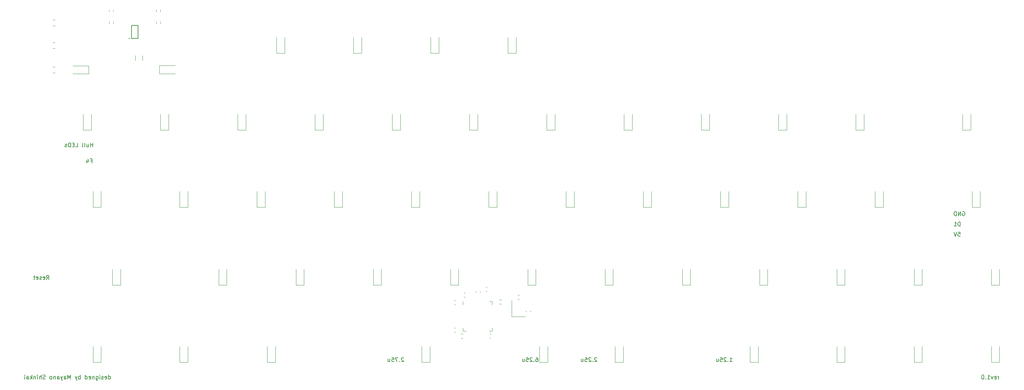
<source format=gbr>
%TF.GenerationSoftware,KiCad,Pcbnew,(6.0.0)*%
%TF.CreationDate,2022-02-04T02:04:47-08:00*%
%TF.ProjectId,Memoria,4d656d6f-7269-4612-9e6b-696361645f70,rev?*%
%TF.SameCoordinates,Original*%
%TF.FileFunction,Legend,Bot*%
%TF.FilePolarity,Positive*%
%FSLAX46Y46*%
G04 Gerber Fmt 4.6, Leading zero omitted, Abs format (unit mm)*
G04 Created by KiCad (PCBNEW (6.0.0)) date 2022-02-04 02:04:47*
%MOMM*%
%LPD*%
G01*
G04 APERTURE LIST*
%ADD10C,0.150000*%
%ADD11C,0.120000*%
G04 APERTURE END LIST*
D10*
X255315476Y-86182380D02*
X255791666Y-86182380D01*
X255839285Y-86658571D01*
X255791666Y-86610952D01*
X255696428Y-86563333D01*
X255458333Y-86563333D01*
X255363095Y-86610952D01*
X255315476Y-86658571D01*
X255267857Y-86753809D01*
X255267857Y-86991904D01*
X255315476Y-87087142D01*
X255363095Y-87134761D01*
X255458333Y-87182380D01*
X255696428Y-87182380D01*
X255791666Y-87134761D01*
X255839285Y-87087142D01*
X254982142Y-86182380D02*
X254648809Y-87182380D01*
X254315476Y-86182380D01*
X118609821Y-117247619D02*
X118562202Y-117200000D01*
X118466964Y-117152380D01*
X118228869Y-117152380D01*
X118133630Y-117200000D01*
X118086011Y-117247619D01*
X118038392Y-117342857D01*
X118038392Y-117438095D01*
X118086011Y-117580952D01*
X118657440Y-118152380D01*
X118038392Y-118152380D01*
X117609821Y-118057142D02*
X117562202Y-118104761D01*
X117609821Y-118152380D01*
X117657440Y-118104761D01*
X117609821Y-118057142D01*
X117609821Y-118152380D01*
X117228869Y-117152380D02*
X116562202Y-117152380D01*
X116990773Y-118152380D01*
X115705059Y-117152380D02*
X116181250Y-117152380D01*
X116228869Y-117628571D01*
X116181250Y-117580952D01*
X116086011Y-117533333D01*
X115847916Y-117533333D01*
X115752678Y-117580952D01*
X115705059Y-117628571D01*
X115657440Y-117723809D01*
X115657440Y-117961904D01*
X115705059Y-118057142D01*
X115752678Y-118104761D01*
X115847916Y-118152380D01*
X116086011Y-118152380D01*
X116181250Y-118104761D01*
X116228869Y-118057142D01*
X114800297Y-117485714D02*
X114800297Y-118152380D01*
X115228869Y-117485714D02*
X115228869Y-118009523D01*
X115181250Y-118104761D01*
X115086011Y-118152380D01*
X114943154Y-118152380D01*
X114847916Y-118104761D01*
X114800297Y-118057142D01*
X166234821Y-117247619D02*
X166187202Y-117200000D01*
X166091964Y-117152380D01*
X165853869Y-117152380D01*
X165758630Y-117200000D01*
X165711011Y-117247619D01*
X165663392Y-117342857D01*
X165663392Y-117438095D01*
X165711011Y-117580952D01*
X166282440Y-118152380D01*
X165663392Y-118152380D01*
X165234821Y-118057142D02*
X165187202Y-118104761D01*
X165234821Y-118152380D01*
X165282440Y-118104761D01*
X165234821Y-118057142D01*
X165234821Y-118152380D01*
X164806250Y-117247619D02*
X164758630Y-117200000D01*
X164663392Y-117152380D01*
X164425297Y-117152380D01*
X164330059Y-117200000D01*
X164282440Y-117247619D01*
X164234821Y-117342857D01*
X164234821Y-117438095D01*
X164282440Y-117580952D01*
X164853869Y-118152380D01*
X164234821Y-118152380D01*
X163330059Y-117152380D02*
X163806250Y-117152380D01*
X163853869Y-117628571D01*
X163806250Y-117580952D01*
X163711011Y-117533333D01*
X163472916Y-117533333D01*
X163377678Y-117580952D01*
X163330059Y-117628571D01*
X163282440Y-117723809D01*
X163282440Y-117961904D01*
X163330059Y-118057142D01*
X163377678Y-118104761D01*
X163472916Y-118152380D01*
X163711011Y-118152380D01*
X163806250Y-118104761D01*
X163853869Y-118057142D01*
X162425297Y-117485714D02*
X162425297Y-118152380D01*
X162853869Y-117485714D02*
X162853869Y-118009523D01*
X162806250Y-118104761D01*
X162711011Y-118152380D01*
X162568154Y-118152380D01*
X162472916Y-118104761D01*
X162425297Y-118057142D01*
X45845238Y-122452380D02*
X45845238Y-121452380D01*
X45845238Y-122404761D02*
X45940476Y-122452380D01*
X46130952Y-122452380D01*
X46226190Y-122404761D01*
X46273809Y-122357142D01*
X46321428Y-122261904D01*
X46321428Y-121976190D01*
X46273809Y-121880952D01*
X46226190Y-121833333D01*
X46130952Y-121785714D01*
X45940476Y-121785714D01*
X45845238Y-121833333D01*
X44988095Y-122404761D02*
X45083333Y-122452380D01*
X45273809Y-122452380D01*
X45369047Y-122404761D01*
X45416666Y-122309523D01*
X45416666Y-121928571D01*
X45369047Y-121833333D01*
X45273809Y-121785714D01*
X45083333Y-121785714D01*
X44988095Y-121833333D01*
X44940476Y-121928571D01*
X44940476Y-122023809D01*
X45416666Y-122119047D01*
X44559523Y-122404761D02*
X44464285Y-122452380D01*
X44273809Y-122452380D01*
X44178571Y-122404761D01*
X44130952Y-122309523D01*
X44130952Y-122261904D01*
X44178571Y-122166666D01*
X44273809Y-122119047D01*
X44416666Y-122119047D01*
X44511904Y-122071428D01*
X44559523Y-121976190D01*
X44559523Y-121928571D01*
X44511904Y-121833333D01*
X44416666Y-121785714D01*
X44273809Y-121785714D01*
X44178571Y-121833333D01*
X43702380Y-122452380D02*
X43702380Y-121785714D01*
X43702380Y-121452380D02*
X43750000Y-121500000D01*
X43702380Y-121547619D01*
X43654761Y-121500000D01*
X43702380Y-121452380D01*
X43702380Y-121547619D01*
X42797619Y-121785714D02*
X42797619Y-122595238D01*
X42845238Y-122690476D01*
X42892857Y-122738095D01*
X42988095Y-122785714D01*
X43130952Y-122785714D01*
X43226190Y-122738095D01*
X42797619Y-122404761D02*
X42892857Y-122452380D01*
X43083333Y-122452380D01*
X43178571Y-122404761D01*
X43226190Y-122357142D01*
X43273809Y-122261904D01*
X43273809Y-121976190D01*
X43226190Y-121880952D01*
X43178571Y-121833333D01*
X43083333Y-121785714D01*
X42892857Y-121785714D01*
X42797619Y-121833333D01*
X42321428Y-121785714D02*
X42321428Y-122452380D01*
X42321428Y-121880952D02*
X42273809Y-121833333D01*
X42178571Y-121785714D01*
X42035714Y-121785714D01*
X41940476Y-121833333D01*
X41892857Y-121928571D01*
X41892857Y-122452380D01*
X41035714Y-122404761D02*
X41130952Y-122452380D01*
X41321428Y-122452380D01*
X41416666Y-122404761D01*
X41464285Y-122309523D01*
X41464285Y-121928571D01*
X41416666Y-121833333D01*
X41321428Y-121785714D01*
X41130952Y-121785714D01*
X41035714Y-121833333D01*
X40988095Y-121928571D01*
X40988095Y-122023809D01*
X41464285Y-122119047D01*
X40130952Y-122452380D02*
X40130952Y-121452380D01*
X40130952Y-122404761D02*
X40226190Y-122452380D01*
X40416666Y-122452380D01*
X40511904Y-122404761D01*
X40559523Y-122357142D01*
X40607142Y-122261904D01*
X40607142Y-121976190D01*
X40559523Y-121880952D01*
X40511904Y-121833333D01*
X40416666Y-121785714D01*
X40226190Y-121785714D01*
X40130952Y-121833333D01*
X38892857Y-122452380D02*
X38892857Y-121452380D01*
X38892857Y-121833333D02*
X38797619Y-121785714D01*
X38607142Y-121785714D01*
X38511904Y-121833333D01*
X38464285Y-121880952D01*
X38416666Y-121976190D01*
X38416666Y-122261904D01*
X38464285Y-122357142D01*
X38511904Y-122404761D01*
X38607142Y-122452380D01*
X38797619Y-122452380D01*
X38892857Y-122404761D01*
X38083333Y-121785714D02*
X37845238Y-122452380D01*
X37607142Y-121785714D02*
X37845238Y-122452380D01*
X37940476Y-122690476D01*
X37988095Y-122738095D01*
X38083333Y-122785714D01*
X36464285Y-122452380D02*
X36464285Y-121452380D01*
X36130952Y-122166666D01*
X35797619Y-121452380D01*
X35797619Y-122452380D01*
X34892857Y-122452380D02*
X34892857Y-121928571D01*
X34940476Y-121833333D01*
X35035714Y-121785714D01*
X35226190Y-121785714D01*
X35321428Y-121833333D01*
X34892857Y-122404761D02*
X34988095Y-122452380D01*
X35226190Y-122452380D01*
X35321428Y-122404761D01*
X35369047Y-122309523D01*
X35369047Y-122214285D01*
X35321428Y-122119047D01*
X35226190Y-122071428D01*
X34988095Y-122071428D01*
X34892857Y-122023809D01*
X34511904Y-121785714D02*
X34273809Y-122452380D01*
X34035714Y-121785714D02*
X34273809Y-122452380D01*
X34369047Y-122690476D01*
X34416666Y-122738095D01*
X34511904Y-122785714D01*
X33226190Y-122452380D02*
X33226190Y-121928571D01*
X33273809Y-121833333D01*
X33369047Y-121785714D01*
X33559523Y-121785714D01*
X33654761Y-121833333D01*
X33226190Y-122404761D02*
X33321428Y-122452380D01*
X33559523Y-122452380D01*
X33654761Y-122404761D01*
X33702380Y-122309523D01*
X33702380Y-122214285D01*
X33654761Y-122119047D01*
X33559523Y-122071428D01*
X33321428Y-122071428D01*
X33226190Y-122023809D01*
X32750000Y-121785714D02*
X32750000Y-122452380D01*
X32750000Y-121880952D02*
X32702380Y-121833333D01*
X32607142Y-121785714D01*
X32464285Y-121785714D01*
X32369047Y-121833333D01*
X32321428Y-121928571D01*
X32321428Y-122452380D01*
X31702380Y-122452380D02*
X31797619Y-122404761D01*
X31845238Y-122357142D01*
X31892857Y-122261904D01*
X31892857Y-121976190D01*
X31845238Y-121880952D01*
X31797619Y-121833333D01*
X31702380Y-121785714D01*
X31559523Y-121785714D01*
X31464285Y-121833333D01*
X31416666Y-121880952D01*
X31369047Y-121976190D01*
X31369047Y-122261904D01*
X31416666Y-122357142D01*
X31464285Y-122404761D01*
X31559523Y-122452380D01*
X31702380Y-122452380D01*
X30226190Y-122404761D02*
X30083333Y-122452380D01*
X29845238Y-122452380D01*
X29750000Y-122404761D01*
X29702380Y-122357142D01*
X29654761Y-122261904D01*
X29654761Y-122166666D01*
X29702380Y-122071428D01*
X29750000Y-122023809D01*
X29845238Y-121976190D01*
X30035714Y-121928571D01*
X30130952Y-121880952D01*
X30178571Y-121833333D01*
X30226190Y-121738095D01*
X30226190Y-121642857D01*
X30178571Y-121547619D01*
X30130952Y-121500000D01*
X30035714Y-121452380D01*
X29797619Y-121452380D01*
X29654761Y-121500000D01*
X29226190Y-122452380D02*
X29226190Y-121452380D01*
X28797619Y-122452380D02*
X28797619Y-121928571D01*
X28845238Y-121833333D01*
X28940476Y-121785714D01*
X29083333Y-121785714D01*
X29178571Y-121833333D01*
X29226190Y-121880952D01*
X28321428Y-122452380D02*
X28321428Y-121785714D01*
X28321428Y-121452380D02*
X28369047Y-121500000D01*
X28321428Y-121547619D01*
X28273809Y-121500000D01*
X28321428Y-121452380D01*
X28321428Y-121547619D01*
X27845238Y-121785714D02*
X27845238Y-122452380D01*
X27845238Y-121880952D02*
X27797619Y-121833333D01*
X27702380Y-121785714D01*
X27559523Y-121785714D01*
X27464285Y-121833333D01*
X27416666Y-121928571D01*
X27416666Y-122452380D01*
X26940476Y-122452380D02*
X26940476Y-121452380D01*
X26845238Y-122071428D02*
X26559523Y-122452380D01*
X26559523Y-121785714D02*
X26940476Y-122166666D01*
X25702380Y-122452380D02*
X25702380Y-121928571D01*
X25750000Y-121833333D01*
X25845238Y-121785714D01*
X26035714Y-121785714D01*
X26130952Y-121833333D01*
X25702380Y-122404761D02*
X25797619Y-122452380D01*
X26035714Y-122452380D01*
X26130952Y-122404761D01*
X26178571Y-122309523D01*
X26178571Y-122214285D01*
X26130952Y-122119047D01*
X26035714Y-122071428D01*
X25797619Y-122071428D01*
X25702380Y-122023809D01*
X25226190Y-122452380D02*
X25226190Y-121785714D01*
X25226190Y-121452380D02*
X25273809Y-121500000D01*
X25226190Y-121547619D01*
X25178571Y-121500000D01*
X25226190Y-121452380D01*
X25226190Y-121547619D01*
X265321428Y-122452380D02*
X265321428Y-121785714D01*
X265321428Y-121976190D02*
X265273809Y-121880952D01*
X265226190Y-121833333D01*
X265130952Y-121785714D01*
X265035714Y-121785714D01*
X264321428Y-122404761D02*
X264416666Y-122452380D01*
X264607142Y-122452380D01*
X264702380Y-122404761D01*
X264750000Y-122309523D01*
X264750000Y-121928571D01*
X264702380Y-121833333D01*
X264607142Y-121785714D01*
X264416666Y-121785714D01*
X264321428Y-121833333D01*
X264273809Y-121928571D01*
X264273809Y-122023809D01*
X264750000Y-122119047D01*
X263940476Y-121785714D02*
X263702380Y-122452380D01*
X263464285Y-121785714D01*
X262559523Y-122452380D02*
X263130952Y-122452380D01*
X262845238Y-122452380D02*
X262845238Y-121452380D01*
X262940476Y-121595238D01*
X263035714Y-121690476D01*
X263130952Y-121738095D01*
X262130952Y-122357142D02*
X262083333Y-122404761D01*
X262130952Y-122452380D01*
X262178571Y-122404761D01*
X262130952Y-122357142D01*
X262130952Y-122452380D01*
X261464285Y-121452380D02*
X261369047Y-121452380D01*
X261273809Y-121500000D01*
X261226190Y-121547619D01*
X261178571Y-121642857D01*
X261130952Y-121833333D01*
X261130952Y-122071428D01*
X261178571Y-122261904D01*
X261226190Y-122357142D01*
X261273809Y-122404761D01*
X261369047Y-122452380D01*
X261464285Y-122452380D01*
X261559523Y-122404761D01*
X261607142Y-122357142D01*
X261654761Y-122261904D01*
X261702380Y-122071428D01*
X261702380Y-121833333D01*
X261654761Y-121642857D01*
X261607142Y-121547619D01*
X261559523Y-121500000D01*
X261464285Y-121452380D01*
X199000892Y-118152380D02*
X199572321Y-118152380D01*
X199286607Y-118152380D02*
X199286607Y-117152380D01*
X199381845Y-117295238D01*
X199477083Y-117390476D01*
X199572321Y-117438095D01*
X198572321Y-118057142D02*
X198524702Y-118104761D01*
X198572321Y-118152380D01*
X198619940Y-118104761D01*
X198572321Y-118057142D01*
X198572321Y-118152380D01*
X198143750Y-117247619D02*
X198096130Y-117200000D01*
X198000892Y-117152380D01*
X197762797Y-117152380D01*
X197667559Y-117200000D01*
X197619940Y-117247619D01*
X197572321Y-117342857D01*
X197572321Y-117438095D01*
X197619940Y-117580952D01*
X198191369Y-118152380D01*
X197572321Y-118152380D01*
X196667559Y-117152380D02*
X197143750Y-117152380D01*
X197191369Y-117628571D01*
X197143750Y-117580952D01*
X197048511Y-117533333D01*
X196810416Y-117533333D01*
X196715178Y-117580952D01*
X196667559Y-117628571D01*
X196619940Y-117723809D01*
X196619940Y-117961904D01*
X196667559Y-118057142D01*
X196715178Y-118104761D01*
X196810416Y-118152380D01*
X197048511Y-118152380D01*
X197143750Y-118104761D01*
X197191369Y-118057142D01*
X195762797Y-117485714D02*
X195762797Y-118152380D01*
X196191369Y-117485714D02*
X196191369Y-118009523D01*
X196143750Y-118104761D01*
X196048511Y-118152380D01*
X195905654Y-118152380D01*
X195810416Y-118104761D01*
X195762797Y-118057142D01*
X41979761Y-65152380D02*
X41979761Y-64152380D01*
X41979761Y-64628571D02*
X41408333Y-64628571D01*
X41408333Y-65152380D02*
X41408333Y-64152380D01*
X40503571Y-64485714D02*
X40503571Y-65152380D01*
X40932142Y-64485714D02*
X40932142Y-65009523D01*
X40884523Y-65104761D01*
X40789285Y-65152380D01*
X40646428Y-65152380D01*
X40551190Y-65104761D01*
X40503571Y-65057142D01*
X39884523Y-65152380D02*
X39979761Y-65104761D01*
X40027380Y-65009523D01*
X40027380Y-64152380D01*
X39360714Y-65152380D02*
X39455952Y-65104761D01*
X39503571Y-65009523D01*
X39503571Y-64152380D01*
X37741666Y-65152380D02*
X38217857Y-65152380D01*
X38217857Y-64152380D01*
X37408333Y-64628571D02*
X37075000Y-64628571D01*
X36932142Y-65152380D02*
X37408333Y-65152380D01*
X37408333Y-64152380D01*
X36932142Y-64152380D01*
X36503571Y-65152380D02*
X36503571Y-64152380D01*
X36265476Y-64152380D01*
X36122619Y-64200000D01*
X36027380Y-64295238D01*
X35979761Y-64390476D01*
X35932142Y-64580952D01*
X35932142Y-64723809D01*
X35979761Y-64914285D01*
X36027380Y-65009523D01*
X36122619Y-65104761D01*
X36265476Y-65152380D01*
X36503571Y-65152380D01*
X35551190Y-65104761D02*
X35455952Y-65152380D01*
X35265476Y-65152380D01*
X35170238Y-65104761D01*
X35122619Y-65009523D01*
X35122619Y-64961904D01*
X35170238Y-64866666D01*
X35265476Y-64819047D01*
X35408333Y-64819047D01*
X35503571Y-64771428D01*
X35551190Y-64676190D01*
X35551190Y-64628571D01*
X35503571Y-64533333D01*
X35408333Y-64485714D01*
X35265476Y-64485714D01*
X35170238Y-64533333D01*
X30543095Y-97852380D02*
X30876428Y-97376190D01*
X31114523Y-97852380D02*
X31114523Y-96852380D01*
X30733571Y-96852380D01*
X30638333Y-96900000D01*
X30590714Y-96947619D01*
X30543095Y-97042857D01*
X30543095Y-97185714D01*
X30590714Y-97280952D01*
X30638333Y-97328571D01*
X30733571Y-97376190D01*
X31114523Y-97376190D01*
X29733571Y-97804761D02*
X29828809Y-97852380D01*
X30019285Y-97852380D01*
X30114523Y-97804761D01*
X30162142Y-97709523D01*
X30162142Y-97328571D01*
X30114523Y-97233333D01*
X30019285Y-97185714D01*
X29828809Y-97185714D01*
X29733571Y-97233333D01*
X29685952Y-97328571D01*
X29685952Y-97423809D01*
X30162142Y-97519047D01*
X29305000Y-97804761D02*
X29209761Y-97852380D01*
X29019285Y-97852380D01*
X28924047Y-97804761D01*
X28876428Y-97709523D01*
X28876428Y-97661904D01*
X28924047Y-97566666D01*
X29019285Y-97519047D01*
X29162142Y-97519047D01*
X29257380Y-97471428D01*
X29305000Y-97376190D01*
X29305000Y-97328571D01*
X29257380Y-97233333D01*
X29162142Y-97185714D01*
X29019285Y-97185714D01*
X28924047Y-97233333D01*
X28066904Y-97804761D02*
X28162142Y-97852380D01*
X28352619Y-97852380D01*
X28447857Y-97804761D01*
X28495476Y-97709523D01*
X28495476Y-97328571D01*
X28447857Y-97233333D01*
X28352619Y-97185714D01*
X28162142Y-97185714D01*
X28066904Y-97233333D01*
X28019285Y-97328571D01*
X28019285Y-97423809D01*
X28495476Y-97519047D01*
X27733571Y-97185714D02*
X27352619Y-97185714D01*
X27590714Y-96852380D02*
X27590714Y-97709523D01*
X27543095Y-97804761D01*
X27447857Y-97852380D01*
X27352619Y-97852380D01*
X256411904Y-81150000D02*
X256507142Y-81102380D01*
X256650000Y-81102380D01*
X256792857Y-81150000D01*
X256888095Y-81245238D01*
X256935714Y-81340476D01*
X256983333Y-81530952D01*
X256983333Y-81673809D01*
X256935714Y-81864285D01*
X256888095Y-81959523D01*
X256792857Y-82054761D01*
X256650000Y-82102380D01*
X256554761Y-82102380D01*
X256411904Y-82054761D01*
X256364285Y-82007142D01*
X256364285Y-81673809D01*
X256554761Y-81673809D01*
X255935714Y-82102380D02*
X255935714Y-81102380D01*
X255364285Y-82102380D01*
X255364285Y-81102380D01*
X254888095Y-82102380D02*
X254888095Y-81102380D01*
X254650000Y-81102380D01*
X254507142Y-81150000D01*
X254411904Y-81245238D01*
X254364285Y-81340476D01*
X254316666Y-81530952D01*
X254316666Y-81673809D01*
X254364285Y-81864285D01*
X254411904Y-81959523D01*
X254507142Y-82054761D01*
X254650000Y-82102380D01*
X254888095Y-82102380D01*
X255838095Y-84642380D02*
X255838095Y-83642380D01*
X255600000Y-83642380D01*
X255457142Y-83690000D01*
X255361904Y-83785238D01*
X255314285Y-83880476D01*
X255266666Y-84070952D01*
X255266666Y-84213809D01*
X255314285Y-84404285D01*
X255361904Y-84499523D01*
X255457142Y-84594761D01*
X255600000Y-84642380D01*
X255838095Y-84642380D01*
X254314285Y-84642380D02*
X254885714Y-84642380D01*
X254600000Y-84642380D02*
X254600000Y-83642380D01*
X254695238Y-83785238D01*
X254790476Y-83880476D01*
X254885714Y-83928095D01*
X151270982Y-117152380D02*
X151461459Y-117152380D01*
X151556697Y-117200000D01*
X151604316Y-117247619D01*
X151699554Y-117390476D01*
X151747173Y-117580952D01*
X151747173Y-117961904D01*
X151699554Y-118057142D01*
X151651935Y-118104761D01*
X151556697Y-118152380D01*
X151366221Y-118152380D01*
X151270982Y-118104761D01*
X151223363Y-118057142D01*
X151175744Y-117961904D01*
X151175744Y-117723809D01*
X151223363Y-117628571D01*
X151270982Y-117580952D01*
X151366221Y-117533333D01*
X151556697Y-117533333D01*
X151651935Y-117580952D01*
X151699554Y-117628571D01*
X151747173Y-117723809D01*
X150747173Y-118057142D02*
X150699554Y-118104761D01*
X150747173Y-118152380D01*
X150794792Y-118104761D01*
X150747173Y-118057142D01*
X150747173Y-118152380D01*
X150318602Y-117247619D02*
X150270982Y-117200000D01*
X150175744Y-117152380D01*
X149937649Y-117152380D01*
X149842411Y-117200000D01*
X149794792Y-117247619D01*
X149747173Y-117342857D01*
X149747173Y-117438095D01*
X149794792Y-117580952D01*
X150366221Y-118152380D01*
X149747173Y-118152380D01*
X148842411Y-117152380D02*
X149318602Y-117152380D01*
X149366221Y-117628571D01*
X149318602Y-117580952D01*
X149223363Y-117533333D01*
X148985268Y-117533333D01*
X148890030Y-117580952D01*
X148842411Y-117628571D01*
X148794792Y-117723809D01*
X148794792Y-117961904D01*
X148842411Y-118057142D01*
X148890030Y-118104761D01*
X148985268Y-118152380D01*
X149223363Y-118152380D01*
X149318602Y-118104761D01*
X149366221Y-118057142D01*
X147937649Y-117485714D02*
X147937649Y-118152380D01*
X148366221Y-117485714D02*
X148366221Y-118009523D01*
X148318602Y-118104761D01*
X148223363Y-118152380D01*
X148080506Y-118152380D01*
X147985268Y-118104761D01*
X147937649Y-118057142D01*
X41445833Y-68578571D02*
X41779166Y-68578571D01*
X41779166Y-69102380D02*
X41779166Y-68102380D01*
X41302976Y-68102380D01*
X40493452Y-68435714D02*
X40493452Y-69102380D01*
X40731547Y-68054761D02*
X40969642Y-68769047D01*
X40350595Y-68769047D01*
D11*
%TO.C,D2-6*%
X160650000Y-80050000D02*
X160650000Y-76150000D01*
X160650000Y-80050000D02*
X158650000Y-80050000D01*
X158650000Y-80050000D02*
X158650000Y-76150000D01*
%TO.C,D0-0*%
X40920000Y-45101000D02*
X37020000Y-45101000D01*
X40920000Y-45101000D02*
X40920000Y-47101000D01*
X40920000Y-47101000D02*
X37020000Y-47101000D01*
%TO.C,D4-5*%
X152125000Y-118300000D02*
X152125000Y-114400000D01*
X154125000Y-118300000D02*
X154125000Y-114400000D01*
X154125000Y-118300000D02*
X152125000Y-118300000D01*
%TO.C,D3-0*%
X46800000Y-99250000D02*
X46800000Y-95350000D01*
X48800000Y-99250000D02*
X48800000Y-95350000D01*
X48800000Y-99250000D02*
X46800000Y-99250000D01*
%TO.C,D2-4*%
X120550000Y-80050000D02*
X120550000Y-76150000D01*
X122550000Y-80050000D02*
X122550000Y-76150000D01*
X122550000Y-80050000D02*
X120550000Y-80050000D01*
%TO.C,D3-9*%
X227400000Y-99250000D02*
X227400000Y-95350000D01*
X225400000Y-99250000D02*
X225400000Y-95350000D01*
X227400000Y-99250000D02*
X225400000Y-99250000D01*
%TO.C,C8*%
X149860000Y-105559420D02*
X149860000Y-105840580D01*
X148840000Y-105559420D02*
X148840000Y-105840580D01*
%TO.C,D3-7*%
X189300000Y-99250000D02*
X189300000Y-95350000D01*
X187300000Y-99250000D02*
X187300000Y-95350000D01*
X189300000Y-99250000D02*
X187300000Y-99250000D01*
%TO.C,R5*%
X58672500Y-31262742D02*
X58672500Y-31737258D01*
X57627500Y-31262742D02*
X57627500Y-31737258D01*
%TO.C,D3-10*%
X246450000Y-99250000D02*
X244450000Y-99250000D01*
X244450000Y-99250000D02*
X244450000Y-95350000D01*
X246450000Y-99250000D02*
X246450000Y-95350000D01*
%TO.C,D2-2*%
X84450000Y-80050000D02*
X84450000Y-76150000D01*
X82450000Y-80050000D02*
X82450000Y-76150000D01*
X84450000Y-80050000D02*
X82450000Y-80050000D01*
%TO.C,D1-5*%
X136850000Y-61000000D02*
X134850000Y-61000000D01*
X134850000Y-61000000D02*
X134850000Y-57100000D01*
X136850000Y-61000000D02*
X136850000Y-57100000D01*
%TO.C,D4-4*%
X125100000Y-118300000D02*
X123100000Y-118300000D01*
X125100000Y-118300000D02*
X125100000Y-114400000D01*
X123100000Y-118300000D02*
X123100000Y-114400000D01*
%TO.C,D4-6*%
X172750000Y-118300000D02*
X170750000Y-118300000D01*
X170750000Y-118300000D02*
X170750000Y-114400000D01*
X172750000Y-118300000D02*
X172750000Y-114400000D01*
%TO.C,Y1*%
X145275000Y-107074450D02*
X145275000Y-103074450D01*
X148575000Y-107074450D02*
X145275000Y-107074450D01*
%TO.C,D4-10*%
X246450000Y-118300000D02*
X244450000Y-118300000D01*
X244450000Y-118300000D02*
X244450000Y-114400000D01*
X246450000Y-118300000D02*
X246450000Y-114400000D01*
%TO.C,C7*%
X47010000Y-31359420D02*
X47010000Y-31640580D01*
X45990000Y-31359420D02*
X45990000Y-31640580D01*
%TO.C,D2-10*%
X236850000Y-80050000D02*
X234850000Y-80050000D01*
X234850000Y-80050000D02*
X234850000Y-76150000D01*
X236850000Y-80050000D02*
X236850000Y-76150000D01*
%TO.C,C1*%
X136402500Y-100859420D02*
X136402500Y-101140580D01*
X137422500Y-100859420D02*
X137422500Y-101140580D01*
%TO.C,D4-9*%
X227400000Y-118300000D02*
X225400000Y-118300000D01*
X225400000Y-118300000D02*
X225400000Y-114400000D01*
X227400000Y-118300000D02*
X227400000Y-114400000D01*
%TO.C,D4-8*%
X206000000Y-118300000D02*
X204000000Y-118300000D01*
X204000000Y-118300000D02*
X204000000Y-114400000D01*
X206000000Y-118300000D02*
X206000000Y-114400000D01*
%TO.C,D3-11*%
X265500000Y-99250000D02*
X265500000Y-95350000D01*
X263500000Y-99250000D02*
X263500000Y-95350000D01*
X265500000Y-99250000D02*
X263500000Y-99250000D01*
%TO.C,D1-1*%
X60650000Y-61000000D02*
X60650000Y-57100000D01*
X60650000Y-61000000D02*
X58650000Y-61000000D01*
X58650000Y-61000000D02*
X58650000Y-57100000D01*
%TO.C,D2-3*%
X103500000Y-80050000D02*
X103500000Y-76150000D01*
X103500000Y-80050000D02*
X101500000Y-80050000D01*
X101500000Y-80050000D02*
X101500000Y-76150000D01*
%TO.C,D2-9*%
X217800000Y-80050000D02*
X217800000Y-76150000D01*
X215800000Y-80050000D02*
X215800000Y-76150000D01*
X217800000Y-80050000D02*
X215800000Y-80050000D01*
%TO.C,D1-8*%
X192000000Y-61000000D02*
X192000000Y-57100000D01*
X194000000Y-61000000D02*
X194000000Y-57100000D01*
X194000000Y-61000000D02*
X192000000Y-61000000D01*
%TO.C,D3-5*%
X149200000Y-99250000D02*
X149200000Y-95350000D01*
X151200000Y-99250000D02*
X151200000Y-95350000D01*
X151200000Y-99250000D02*
X149200000Y-99250000D01*
%TO.C,D1-6*%
X155900000Y-61000000D02*
X155900000Y-57100000D01*
X153900000Y-61000000D02*
X153900000Y-57100000D01*
X155900000Y-61000000D02*
X153900000Y-61000000D01*
%TO.C,C4*%
X139809420Y-111290000D02*
X140090580Y-111290000D01*
X139809420Y-112310000D02*
X140090580Y-112310000D01*
%TO.C,D4-0*%
X44000000Y-118300000D02*
X44000000Y-114400000D01*
X42000000Y-118300000D02*
X42000000Y-114400000D01*
X44000000Y-118300000D02*
X42000000Y-118300000D01*
%TO.C,D1-10*%
X232100000Y-61000000D02*
X232100000Y-57100000D01*
X230100000Y-61000000D02*
X230100000Y-57100000D01*
X232100000Y-61000000D02*
X230100000Y-61000000D01*
%TO.C,R2*%
X47022500Y-34737258D02*
X47022500Y-34262742D01*
X45977500Y-34737258D02*
X45977500Y-34262742D01*
%TO.C,D1-3*%
X96750000Y-61000000D02*
X96750000Y-57100000D01*
X98750000Y-61000000D02*
X96750000Y-61000000D01*
X98750000Y-61000000D02*
X98750000Y-57100000D01*
%TO.C,D1-7*%
X174950000Y-61000000D02*
X174950000Y-57100000D01*
X172950000Y-61000000D02*
X172950000Y-57100000D01*
X174950000Y-61000000D02*
X172950000Y-61000000D01*
%TO.C,D2-7*%
X179700000Y-80050000D02*
X179700000Y-76150000D01*
X179700000Y-80050000D02*
X177700000Y-80050000D01*
X177700000Y-80050000D02*
X177700000Y-76150000D01*
%TO.C,D2-0*%
X42000000Y-80050000D02*
X42000000Y-76150000D01*
X44000000Y-80050000D02*
X42000000Y-80050000D01*
X44000000Y-80050000D02*
X44000000Y-76150000D01*
%TO.C,D3-3*%
X111100000Y-99250000D02*
X111100000Y-95350000D01*
X113100000Y-99250000D02*
X111100000Y-99250000D01*
X113100000Y-99250000D02*
X113100000Y-95350000D01*
%TO.C,D3-1*%
X75000000Y-99250000D02*
X75000000Y-95350000D01*
X75000000Y-99250000D02*
X73000000Y-99250000D01*
X73000000Y-99250000D02*
X73000000Y-95350000D01*
%TO.C,R11*%
X32157936Y-33809000D02*
X32612064Y-33809000D01*
X32157936Y-35279000D02*
X32612064Y-35279000D01*
%TO.C,D4-11*%
X263500000Y-118300000D02*
X263500000Y-114400000D01*
X265500000Y-118300000D02*
X265500000Y-114400000D01*
X265500000Y-118300000D02*
X263500000Y-118300000D01*
%TO.C,D0-3*%
X108250000Y-42000000D02*
X108250000Y-38100000D01*
X106250000Y-42000000D02*
X106250000Y-38100000D01*
X108250000Y-42000000D02*
X106250000Y-42000000D01*
%TO.C,D2-1*%
X63400000Y-80050000D02*
X63400000Y-76150000D01*
X65400000Y-80050000D02*
X63400000Y-80050000D01*
X65400000Y-80050000D02*
X65400000Y-76150000D01*
%TO.C,D0-1*%
X58340000Y-47100000D02*
X62240000Y-47100000D01*
X58340000Y-45100000D02*
X62240000Y-45100000D01*
X58340000Y-47100000D02*
X58340000Y-45100000D01*
%TO.C,D0-5*%
X146350000Y-42000000D02*
X146350000Y-38100000D01*
X144350000Y-42000000D02*
X144350000Y-38100000D01*
X146350000Y-42000000D02*
X144350000Y-42000000D01*
%TO.C,R13*%
X32157936Y-46836000D02*
X32612064Y-46836000D01*
X32157936Y-45366000D02*
X32612064Y-45366000D01*
%TO.C,D3-2*%
X94050000Y-99250000D02*
X94050000Y-95350000D01*
X92050000Y-99250000D02*
X92050000Y-95350000D01*
X94050000Y-99250000D02*
X92050000Y-99250000D01*
%TO.C,D1-9*%
X213050000Y-61000000D02*
X211050000Y-61000000D01*
X211050000Y-61000000D02*
X211050000Y-57100000D01*
X213050000Y-61000000D02*
X213050000Y-57100000D01*
%TO.C,C5*%
X131390580Y-103040000D02*
X131109420Y-103040000D01*
X131390580Y-104060000D02*
X131109420Y-104060000D01*
%TO.C,D1-11*%
X258412500Y-61000000D02*
X256412500Y-61000000D01*
X256412500Y-61000000D02*
X256412500Y-57100000D01*
X258412500Y-61000000D02*
X258412500Y-57100000D01*
%TO.C,D1-0*%
X41600000Y-61000000D02*
X39600000Y-61000000D01*
X41600000Y-61000000D02*
X41600000Y-57100000D01*
X39600000Y-61000000D02*
X39600000Y-57100000D01*
%TO.C,C6*%
X133740580Y-101190000D02*
X133459420Y-101190000D01*
X133740580Y-102210000D02*
X133459420Y-102210000D01*
%TO.C,U2*%
X140460000Y-104065000D02*
X140460000Y-103340000D01*
X140460000Y-109835000D02*
X140460000Y-110560000D01*
X140460000Y-110560000D02*
X139735000Y-110560000D01*
X133240000Y-110560000D02*
X133965000Y-110560000D01*
X133240000Y-104065000D02*
X133240000Y-103340000D01*
X133240000Y-109835000D02*
X133240000Y-110560000D01*
X140460000Y-103340000D02*
X139735000Y-103340000D01*
%TO.C,D1-4*%
X117800000Y-61000000D02*
X117800000Y-57100000D01*
X117800000Y-61000000D02*
X115800000Y-61000000D01*
X115800000Y-61000000D02*
X115800000Y-57100000D01*
%TO.C,R3*%
X57627500Y-34737258D02*
X57627500Y-34262742D01*
X58672500Y-34737258D02*
X58672500Y-34262742D01*
%TO.C,R1*%
X142687258Y-102877500D02*
X142212742Y-102877500D01*
X142687258Y-103922500D02*
X142212742Y-103922500D01*
%TO.C,D2-11*%
X258750000Y-80050000D02*
X258750000Y-76150000D01*
X260750000Y-80050000D02*
X260750000Y-76150000D01*
X260750000Y-80050000D02*
X258750000Y-80050000D01*
%TO.C,R12*%
X32157936Y-39397000D02*
X32612064Y-39397000D01*
X32157936Y-40867000D02*
X32612064Y-40867000D01*
%TO.C,D2-8*%
X196750000Y-80050000D02*
X196750000Y-76150000D01*
X198750000Y-80050000D02*
X198750000Y-76150000D01*
X198750000Y-80050000D02*
X196750000Y-80050000D01*
%TO.C,C3*%
X131390580Y-110860000D02*
X131109420Y-110860000D01*
X131390580Y-109840000D02*
X131109420Y-109840000D01*
%TO.C,D4-1*%
X65400000Y-118300000D02*
X63400000Y-118300000D01*
X63400000Y-118300000D02*
X63400000Y-114400000D01*
X65400000Y-118300000D02*
X65400000Y-114400000D01*
%TO.C,D2-5*%
X139600000Y-80050000D02*
X139600000Y-76150000D01*
X141600000Y-80050000D02*
X139600000Y-80050000D01*
X141600000Y-80050000D02*
X141600000Y-76150000D01*
%TO.C,R4*%
X132762742Y-111287500D02*
X133237258Y-111287500D01*
X132762742Y-112332500D02*
X133237258Y-112332500D01*
%TO.C,D4-2*%
X87000000Y-118300000D02*
X87000000Y-114400000D01*
X87000000Y-118300000D02*
X85000000Y-118300000D01*
X85000000Y-118300000D02*
X85000000Y-114400000D01*
%TO.C,D0-2*%
X89250000Y-42000000D02*
X89250000Y-38100000D01*
X89250000Y-42000000D02*
X87250000Y-42000000D01*
X87250000Y-42000000D02*
X87250000Y-38100000D01*
%TO.C,C9*%
X146784420Y-102760000D02*
X147065580Y-102760000D01*
X146784420Y-101740000D02*
X147065580Y-101740000D01*
%TO.C,D3-6*%
X168250000Y-99250000D02*
X168250000Y-95350000D01*
X170250000Y-99250000D02*
X170250000Y-95350000D01*
X170250000Y-99250000D02*
X168250000Y-99250000D01*
%TO.C,C2*%
X139140580Y-100760000D02*
X138859420Y-100760000D01*
X139140580Y-99740000D02*
X138859420Y-99740000D01*
%TO.C,D3-4*%
X132150000Y-99250000D02*
X130150000Y-99250000D01*
X132150000Y-99250000D02*
X132150000Y-95350000D01*
X130150000Y-99250000D02*
X130150000Y-95350000D01*
%TO.C,D1-2*%
X79700000Y-61000000D02*
X79700000Y-57100000D01*
X77700000Y-61000000D02*
X77700000Y-57100000D01*
X79700000Y-61000000D02*
X77700000Y-61000000D01*
D10*
%TO.C,U1*%
X53124000Y-35150000D02*
X51524000Y-35150000D01*
X51124000Y-38350000D02*
X50824000Y-38350000D01*
X51524000Y-35150000D02*
X51524000Y-38350000D01*
X53124000Y-35150000D02*
X53124000Y-38350000D01*
X53124000Y-38350000D02*
X51524000Y-38350000D01*
D11*
%TO.C,D0-4*%
X127300000Y-42000000D02*
X125300000Y-42000000D01*
X127300000Y-42000000D02*
X127300000Y-38100000D01*
X125300000Y-42000000D02*
X125300000Y-38100000D01*
%TO.C,F1*%
X52414000Y-42577936D02*
X52414000Y-43782064D01*
X54234000Y-42577936D02*
X54234000Y-43782064D01*
%TO.C,D3-8*%
X206350000Y-99250000D02*
X206350000Y-95350000D01*
X208350000Y-99250000D02*
X208350000Y-95350000D01*
X208350000Y-99250000D02*
X206350000Y-99250000D01*
%TD*%
M02*

</source>
